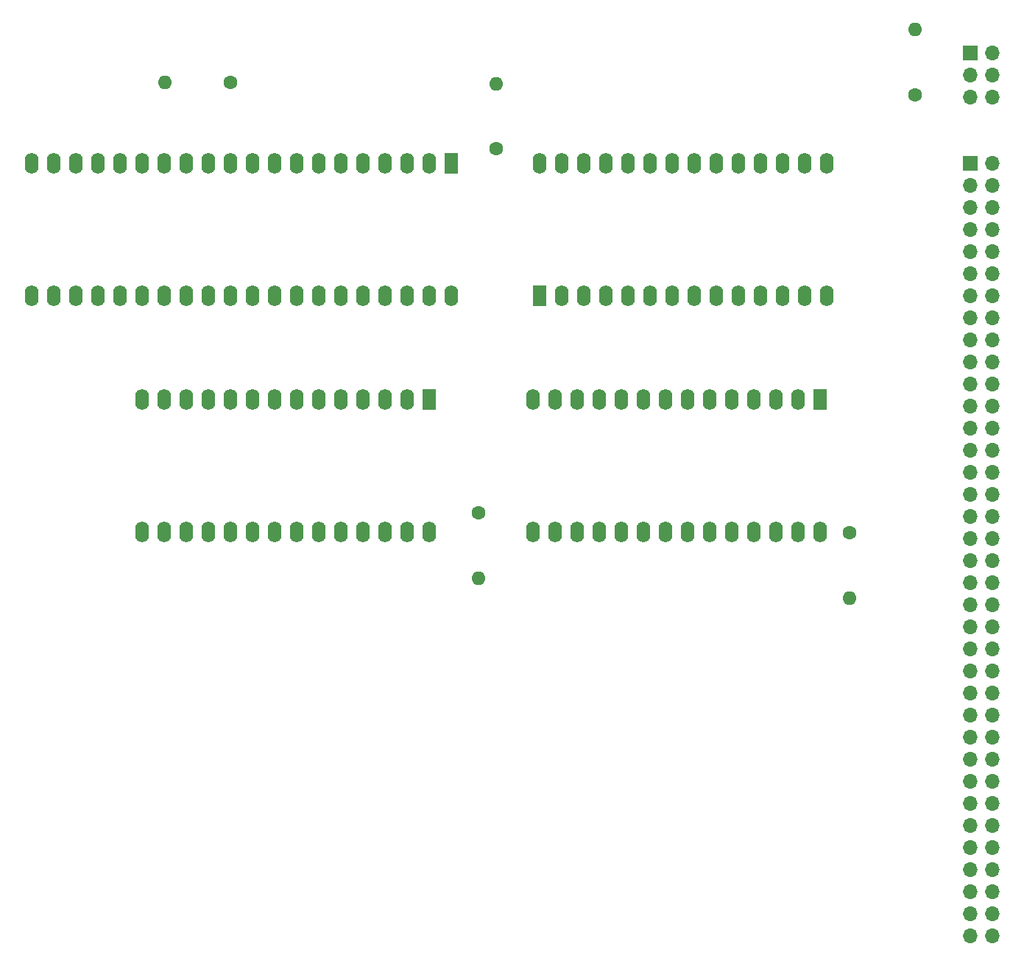
<source format=gbr>
%TF.GenerationSoftware,KiCad,Pcbnew,(5.1.8)-1*%
%TF.CreationDate,2021-01-01T16:56:54-05:00*%
%TF.ProjectId,z80computer,7a383063-6f6d-4707-9574-65722e6b6963,rev?*%
%TF.SameCoordinates,Original*%
%TF.FileFunction,Soldermask,Top*%
%TF.FilePolarity,Negative*%
%FSLAX46Y46*%
G04 Gerber Fmt 4.6, Leading zero omitted, Abs format (unit mm)*
G04 Created by KiCad (PCBNEW (5.1.8)-1) date 2021-01-01 16:56:54*
%MOMM*%
%LPD*%
G01*
G04 APERTURE LIST*
%ADD10O,1.600000X1.600000*%
%ADD11C,1.600000*%
%ADD12O,1.700000X1.700000*%
%ADD13R,1.700000X1.700000*%
%ADD14O,1.600000X2.400000*%
%ADD15R,1.600000X2.400000*%
G04 APERTURE END LIST*
D10*
%TO.C,C5*%
X179451000Y-30600000D03*
D11*
X179451000Y-38100000D03*
%TD*%
D10*
%TO.C,C4*%
X220091000Y-89796000D03*
D11*
X220091000Y-82296000D03*
%TD*%
D10*
%TO.C,C3*%
X227584000Y-24377000D03*
D11*
X227584000Y-31877000D03*
%TD*%
D10*
%TO.C,C2*%
X141344000Y-30480000D03*
D11*
X148844000Y-30480000D03*
%TD*%
D10*
%TO.C,C1*%
X177419000Y-87510000D03*
D11*
X177419000Y-80010000D03*
%TD*%
D12*
%TO.C,J2*%
X236474000Y-32131000D03*
X233934000Y-32131000D03*
X236474000Y-29591000D03*
X233934000Y-29591000D03*
X236474000Y-27051000D03*
D13*
X233934000Y-27051000D03*
%TD*%
D12*
%TO.C,J1*%
X236474000Y-128651000D03*
X233934000Y-128651000D03*
X236474000Y-126111000D03*
X233934000Y-126111000D03*
X236474000Y-123571000D03*
X233934000Y-123571000D03*
X236474000Y-121031000D03*
X233934000Y-121031000D03*
X236474000Y-118491000D03*
X233934000Y-118491000D03*
X236474000Y-115951000D03*
X233934000Y-115951000D03*
X236474000Y-113411000D03*
X233934000Y-113411000D03*
X236474000Y-110871000D03*
X233934000Y-110871000D03*
X236474000Y-108331000D03*
X233934000Y-108331000D03*
X236474000Y-105791000D03*
X233934000Y-105791000D03*
X236474000Y-103251000D03*
X233934000Y-103251000D03*
X236474000Y-100711000D03*
X233934000Y-100711000D03*
X236474000Y-98171000D03*
X233934000Y-98171000D03*
X236474000Y-95631000D03*
X233934000Y-95631000D03*
X236474000Y-93091000D03*
X233934000Y-93091000D03*
X236474000Y-90551000D03*
X233934000Y-90551000D03*
X236474000Y-88011000D03*
X233934000Y-88011000D03*
X236474000Y-85471000D03*
X233934000Y-85471000D03*
X236474000Y-82931000D03*
X233934000Y-82931000D03*
X236474000Y-80391000D03*
X233934000Y-80391000D03*
X236474000Y-77851000D03*
X233934000Y-77851000D03*
X236474000Y-75311000D03*
X233934000Y-75311000D03*
X236474000Y-72771000D03*
X233934000Y-72771000D03*
X236474000Y-70231000D03*
X233934000Y-70231000D03*
X236474000Y-67691000D03*
X233934000Y-67691000D03*
X236474000Y-65151000D03*
X233934000Y-65151000D03*
X236474000Y-62611000D03*
X233934000Y-62611000D03*
X236474000Y-60071000D03*
X233934000Y-60071000D03*
X236474000Y-57531000D03*
X233934000Y-57531000D03*
X236474000Y-54991000D03*
X233934000Y-54991000D03*
X236474000Y-52451000D03*
X233934000Y-52451000D03*
X236474000Y-49911000D03*
X233934000Y-49911000D03*
X236474000Y-47371000D03*
X233934000Y-47371000D03*
X236474000Y-44831000D03*
X233934000Y-44831000D03*
X236474000Y-42291000D03*
X233934000Y-42291000D03*
X236474000Y-39751000D03*
D13*
X233934000Y-39751000D03*
%TD*%
D14*
%TO.C,RAM2*%
X216662000Y-82169000D03*
X183642000Y-66929000D03*
X214122000Y-82169000D03*
X186182000Y-66929000D03*
X211582000Y-82169000D03*
X188722000Y-66929000D03*
X209042000Y-82169000D03*
X191262000Y-66929000D03*
X206502000Y-82169000D03*
X193802000Y-66929000D03*
X203962000Y-82169000D03*
X196342000Y-66929000D03*
X201422000Y-82169000D03*
X198882000Y-66929000D03*
X198882000Y-82169000D03*
X201422000Y-66929000D03*
X196342000Y-82169000D03*
X203962000Y-66929000D03*
X193802000Y-82169000D03*
X206502000Y-66929000D03*
X191262000Y-82169000D03*
X209042000Y-66929000D03*
X188722000Y-82169000D03*
X211582000Y-66929000D03*
X186182000Y-82169000D03*
X214122000Y-66929000D03*
X183642000Y-82169000D03*
D15*
X216662000Y-66929000D03*
%TD*%
D14*
%TO.C,U4*%
X174244000Y-54991000D03*
X125984000Y-39751000D03*
X171704000Y-54991000D03*
X128524000Y-39751000D03*
X169164000Y-54991000D03*
X131064000Y-39751000D03*
X166624000Y-54991000D03*
X133604000Y-39751000D03*
X164084000Y-54991000D03*
X136144000Y-39751000D03*
X161544000Y-54991000D03*
X138684000Y-39751000D03*
X159004000Y-54991000D03*
X141224000Y-39751000D03*
X156464000Y-54991000D03*
X143764000Y-39751000D03*
X153924000Y-54991000D03*
X146304000Y-39751000D03*
X151384000Y-54991000D03*
X148844000Y-39751000D03*
X148844000Y-54991000D03*
X151384000Y-39751000D03*
X146304000Y-54991000D03*
X153924000Y-39751000D03*
X143764000Y-54991000D03*
X156464000Y-39751000D03*
X141224000Y-54991000D03*
X159004000Y-39751000D03*
X138684000Y-54991000D03*
X161544000Y-39751000D03*
X136144000Y-54991000D03*
X164084000Y-39751000D03*
X133604000Y-54991000D03*
X166624000Y-39751000D03*
X131064000Y-54991000D03*
X169164000Y-39751000D03*
X128524000Y-54991000D03*
X171704000Y-39751000D03*
X125984000Y-54991000D03*
D15*
X174244000Y-39751000D03*
%TD*%
D14*
%TO.C,ROM1*%
X184404000Y-39751000D03*
X217424000Y-54991000D03*
X186944000Y-39751000D03*
X214884000Y-54991000D03*
X189484000Y-39751000D03*
X212344000Y-54991000D03*
X192024000Y-39751000D03*
X209804000Y-54991000D03*
X194564000Y-39751000D03*
X207264000Y-54991000D03*
X197104000Y-39751000D03*
X204724000Y-54991000D03*
X199644000Y-39751000D03*
X202184000Y-54991000D03*
X202184000Y-39751000D03*
X199644000Y-54991000D03*
X204724000Y-39751000D03*
X197104000Y-54991000D03*
X207264000Y-39751000D03*
X194564000Y-54991000D03*
X209804000Y-39751000D03*
X192024000Y-54991000D03*
X212344000Y-39751000D03*
X189484000Y-54991000D03*
X214884000Y-39751000D03*
X186944000Y-54991000D03*
X217424000Y-39751000D03*
D15*
X184404000Y-54991000D03*
%TD*%
D14*
%TO.C,RAM1*%
X171704000Y-82169000D03*
X138684000Y-66929000D03*
X169164000Y-82169000D03*
X141224000Y-66929000D03*
X166624000Y-82169000D03*
X143764000Y-66929000D03*
X164084000Y-82169000D03*
X146304000Y-66929000D03*
X161544000Y-82169000D03*
X148844000Y-66929000D03*
X159004000Y-82169000D03*
X151384000Y-66929000D03*
X156464000Y-82169000D03*
X153924000Y-66929000D03*
X153924000Y-82169000D03*
X156464000Y-66929000D03*
X151384000Y-82169000D03*
X159004000Y-66929000D03*
X148844000Y-82169000D03*
X161544000Y-66929000D03*
X146304000Y-82169000D03*
X164084000Y-66929000D03*
X143764000Y-82169000D03*
X166624000Y-66929000D03*
X141224000Y-82169000D03*
X169164000Y-66929000D03*
X138684000Y-82169000D03*
D15*
X171704000Y-66929000D03*
%TD*%
M02*

</source>
